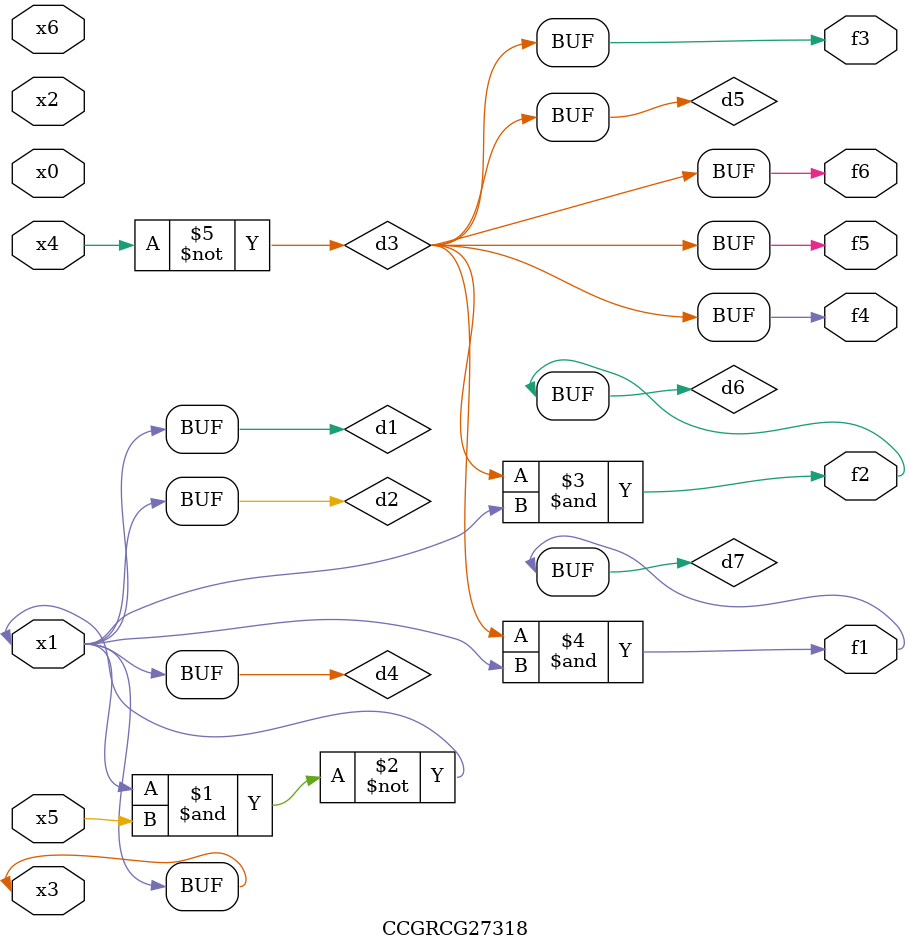
<source format=v>
module CCGRCG27318(
	input x0, x1, x2, x3, x4, x5, x6,
	output f1, f2, f3, f4, f5, f6
);

	wire d1, d2, d3, d4, d5, d6, d7;

	buf (d1, x1, x3);
	nand (d2, x1, x5);
	not (d3, x4);
	buf (d4, d1, d2);
	buf (d5, d3);
	and (d6, d3, d4);
	and (d7, d3, d4);
	assign f1 = d7;
	assign f2 = d6;
	assign f3 = d5;
	assign f4 = d5;
	assign f5 = d5;
	assign f6 = d5;
endmodule

</source>
